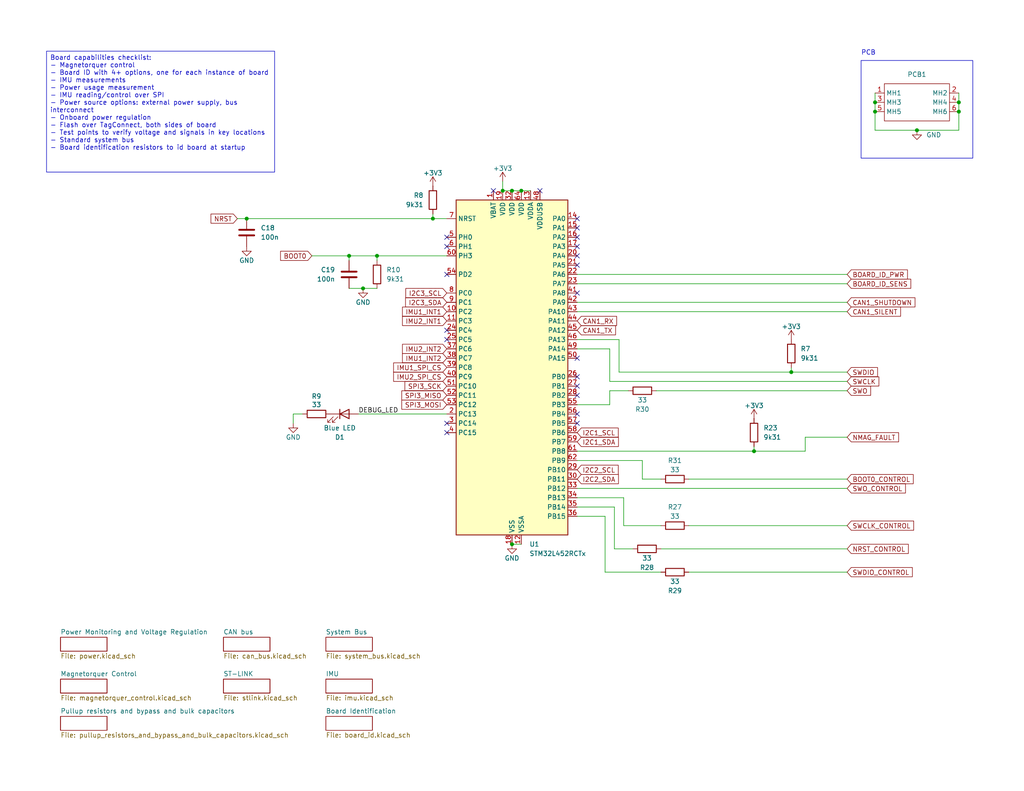
<source format=kicad_sch>
(kicad_sch (version 20231120) (generator "eeschema") (generator_version "8.0")
  (paper "USLetter")
  (title_block (title "Magnetorquer Control Board") (date "2025-02-12") (rev "${PCB_VERSION}") (company "TVSC"))
  (lib_symbols
    (symbol "Device:C" (pin_numbers hide) (pin_names (offset 0.254))
      (property "Reference" "C" (at 0.635 2.54 0))
      (property "Value" "C" (at 0.635 -2.54 0))
      (symbol "C_0_1"
        (polyline (pts (xy -2.032 -0.762) (xy 2.032 -0.762)) (stroke (width 0.508)))
        (polyline (pts (xy -2.032 0.762) (xy 2.032 0.762)) (stroke (width 0.508)))
      )
      (symbol "C_1_1"
        (pin passive line (at 0 3.81 270) (length 2.794) (name "~") (number "1"))
        (pin passive line (at 0 -3.81 90) (length 2.794) (name "~") (number "2"))
      )
    )
    (symbol "Device:LED" (pin_numbers hide) (pin_names (offset 1.016) hide)
      (property "Reference" "D" (at 0 2.54 0))
      (property "Value" "LED" (at 0 -2.54 0))
      (symbol "LED_0_1"
        (polyline (pts (xy -1.27 -1.27) (xy -1.27 1.27)) (stroke (width 0.254)))
        (polyline (pts (xy -1.27 0) (xy 1.27 0)))
        (polyline (pts (xy 1.27 -1.27) (xy 1.27 1.27) (xy -1.27 0) (xy 1.27 -1.27)) (stroke (width 0.254)))
        (polyline (pts (xy -3.048 -0.762) (xy -4.572 -2.286) (xy -3.81 -2.286) (xy -4.572 -2.286) (xy -4.572 -1.524)))
        (polyline (pts (xy -1.778 -0.762) (xy -3.302 -2.286) (xy -2.54 -2.286) (xy -3.302 -2.286) (xy -3.302 -1.524)))
      )
      (symbol "LED_1_1"
        (pin passive line (at -3.81 0 0) (length 2.54) (name "K") (number "1"))
        (pin passive line (at 3.81 0 180) (length 2.54) (name "A") (number "2"))
      )
    )
    (symbol "Device:R" (pin_numbers hide) (pin_names (offset 0))
      (property "Reference" "R" (at 2.032 0 90))
      (property "Value" "R" (at 0 0 90))
      (symbol "R_0_1"
        (rectangle (start -1.016 -2.54) (end 1.016 2.54) (stroke (width 0.254)))
      )
      (symbol "R_1_1"
        (pin passive line (at 0 3.81 270) (length 1.27) (name "~") (number "1"))
        (pin passive line (at 0 -3.81 90) (length 1.27) (name "~") (number "2"))
      )
    )
    (symbol "MCU_ST_STM32L4:STM32L452RCTx"
      (property "Reference" "U" (at -15.24 46.99 0))
      (property "Value" "STM32L452RCTx" (at 10.16 46.99 0))
      (symbol "STM32L452RCTx_0_1"
        (rectangle (start -15.24 -45.72) (end 15.24 45.72) (stroke (width 0.254)) (fill (type background)))
      )
      (symbol "STM32L452RCTx_1_1"
        (pin power_in line (at -5.08 48.26 270) (length 2.54) (name "VBAT") (number "1"))
        (pin bidirectional line (at -17.78 15.24 0) (length 2.54) (name "PC2") (number "10"))
        (pin bidirectional line (at -17.78 12.7 0) (length 2.54) (name "PC3") (number "11"))
        (pin power_in line (at 2.54 -48.26 90) (length 2.54) (name "VSSA") (number "12"))
        (pin power_in line (at 5.08 48.26 270) (length 2.54) (name "VDDA") (number "13"))
        (pin bidirectional line (at 17.78 40.64 180) (length 2.54) (name "PA0") (number "14"))
        (pin bidirectional line (at 17.78 38.1 180) (length 2.54) (name "PA1") (number "15"))
        (pin bidirectional line (at 17.78 35.56 180) (length 2.54) (name "PA2") (number "16"))
        (pin bidirectional line (at 17.78 33.02 180) (length 2.54) (name "PA3") (number "17"))
        (pin power_in line (at 0 -48.26 90) (length 2.54) (name "VSS") (number "18"))
        (pin power_in line (at -2.54 48.26 270) (length 2.54) (name "VDD") (number "19"))
        (pin bidirectional line (at -17.78 -12.7 0) (length 2.54) (name "PC13") (number "2"))
        (pin bidirectional line (at 17.78 30.48 180) (length 2.54) (name "PA4") (number "20"))
        (pin bidirectional line (at 17.78 27.94 180) (length 2.54) (name "PA5") (number "21"))
        (pin bidirectional line (at 17.78 25.4 180) (length 2.54) (name "PA6") (number "22"))
        (pin bidirectional line (at 17.78 22.86 180) (length 2.54) (name "PA7") (number "23"))
        (pin bidirectional line (at -17.78 10.16 0) (length 2.54) (name "PC4") (number "24"))
        (pin bidirectional line (at -17.78 7.62 0) (length 2.54) (name "PC5") (number "25"))
        (pin bidirectional line (at 17.78 -2.54 180) (length 2.54) (name "PB0") (number "26"))
        (pin bidirectional line (at 17.78 -5.08 180) (length 2.54) (name "PB1") (number "27"))
        (pin bidirectional line (at 17.78 -7.62 180) (length 2.54) (name "PB2") (number "28"))
        (pin bidirectional line (at 17.78 -27.94 180) (length 2.54) (name "PB10") (number "29"))
        (pin bidirectional line (at -17.78 -15.24 0) (length 2.54) (name "PC14") (number "3"))
        (pin bidirectional line (at 17.78 -30.48 180) (length 2.54) (name "PB11") (number "30"))
        (pin passive line (at 0 -48.26 90) (length 2.54) hide (name "VSS") (number "31"))
        (pin power_in line (at 0 48.26 270) (length 2.54) (name "VDD") (number "32"))
        (pin bidirectional line (at 17.78 -33.02 180) (length 2.54) (name "PB12") (number "33"))
        (pin bidirectional line (at 17.78 -35.56 180) (length 2.54) (name "PB13") (number "34"))
        (pin bidirectional line (at 17.78 -38.1 180) (length 2.54) (name "PB14") (number "35"))
        (pin bidirectional line (at 17.78 -40.64 180) (length 2.54) (name "PB15") (number "36"))
        (pin bidirectional line (at -17.78 5.08 0) (length 2.54) (name "PC6") (number "37"))
        (pin bidirectional line (at -17.78 2.54 0) (length 2.54) (name "PC7") (number "38"))
        (pin bidirectional line (at -17.78 0 0) (length 2.54) (name "PC8") (number "39"))
        (pin bidirectional line (at -17.78 -17.78 0) (length 2.54) (name "PC15") (number "4"))
        (pin bidirectional line (at -17.78 -2.54 0) (length 2.54) (name "PC9") (number "40"))
        (pin bidirectional line (at 17.78 20.32 180) (length 2.54) (name "PA8") (number "41"))
        (pin bidirectional line (at 17.78 17.78 180) (length 2.54) (name "PA9") (number "42"))
        (pin bidirectional line (at 17.78 15.24 180) (length 2.54) (name "PA10") (number "43"))
        (pin bidirectional line (at 17.78 12.7 180) (length 2.54) (name "PA11") (number "44"))
        (pin bidirectional line (at 17.78 10.16 180) (length 2.54) (name "PA12") (number "45"))
        (pin bidirectional line (at 17.78 7.62 180) (length 2.54) (name "PA13") (number "46"))
        (pin passive line (at 0 -48.26 90) (length 2.54) hide (name "VSS") (number "47"))
        (pin power_in line (at 7.62 48.26 270) (length 2.54) (name "VDDUSB") (number "48"))
        (pin bidirectional line (at 17.78 5.08 180) (length 2.54) (name "PA14") (number "49"))
        (pin bidirectional line (at -17.78 35.56 0) (length 2.54) (name "PH0") (number "5"))
        (pin bidirectional line (at 17.78 2.54 180) (length 2.54) (name "PA15") (number "50"))
        (pin bidirectional line (at -17.78 -5.08 0) (length 2.54) (name "PC10") (number "51"))
        (pin bidirectional line (at -17.78 -7.62 0) (length 2.54) (name "PC11") (number "52"))
        (pin bidirectional line (at -17.78 -10.16 0) (length 2.54) (name "PC12") (number "53"))
        (pin bidirectional line (at -17.78 25.4 0) (length 2.54) (name "PD2") (number "54"))
        (pin bidirectional line (at 17.78 -10.16 180) (length 2.54) (name "PB3") (number "55"))
        (pin bidirectional line (at 17.78 -12.7 180) (length 2.54) (name "PB4") (number "56"))
        (pin bidirectional line (at 17.78 -15.24 180) (length 2.54) (name "PB5") (number "57"))
        (pin bidirectional line (at 17.78 -17.78 180) (length 2.54) (name "PB6") (number "58"))
        (pin bidirectional line (at 17.78 -20.32 180) (length 2.54) (name "PB7") (number "59"))
        (pin bidirectional line (at -17.78 33.02 0) (length 2.54) (name "PH1") (number "6"))
        (pin bidirectional line (at -17.78 30.48 0) (length 2.54) (name "PH3") (number "60"))
        (pin bidirectional line (at 17.78 -22.86 180) (length 2.54) (name "PB8") (number "61"))
        (pin bidirectional line (at 17.78 -25.4 180) (length 2.54) (name "PB9") (number "62"))
        (pin passive line (at 0 -48.26 90) (length 2.54) hide (name "VSS") (number "63"))
        (pin power_in line (at 2.54 48.26 270) (length 2.54) (name "VDD") (number "64"))
        (pin input line (at -17.78 40.64 0) (length 2.54) (name "NRST") (number "7"))
        (pin bidirectional line (at -17.78 20.32 0) (length 2.54) (name "PC0") (number "8"))
        (pin bidirectional line (at -17.78 17.78 0) (length 2.54) (name "PC1") (number "9"))
      )
    )
    (symbol "TVSC:Interior_Side_Panel_PCB" (in_bom no)
      (property "Reference" "PCB" (at 0 0 0))
      (symbol "Interior_Side_Panel_PCB_0_1"
        (rectangle (start -8.89 5.08) (end 8.89 -5.08))
      )
      (symbol "Interior_Side_Panel_PCB_1_1"
        (pin power_in line (at -11.43 2.54 0) (length 2.54) (name "MH1") (number "1"))
        (pin power_in line (at 11.43 2.54 180) (length 2.54) (name "MH2") (number "2"))
        (pin power_in line (at -11.43 0 0) (length 2.54) (name "MH3") (number "3"))
        (pin power_in line (at 11.43 0 180) (length 2.54) (name "MH4") (number "4"))
        (pin power_in line (at -11.43 -2.54 0) (length 2.54) (name "MH5") (number "5"))
        (pin power_in line (at 11.43 -2.54 180) (length 2.54) (name "MH6") (number "6"))
      )
    )
    (symbol "power:+3V3" (power) (pin_numbers hide) (pin_names (offset 0) hide)
      (property "Value" "+3V3" (at 0 3.556 0))
      (symbol "+3V3_0_1"
        (polyline (pts (xy -0.762 1.27) (xy 0 2.54)))
        (polyline (pts (xy 0 0) (xy 0 2.54)))
        (polyline (pts (xy 0 2.54) (xy 0.762 1.27)))
      )
      (symbol "+3V3_1_1"
        (pin power_in line (at 0 0 90) (length 0) (name "~") (number "1"))
      )
    )
    (symbol "power:GND" (power) (pin_numbers hide) (pin_names (offset 0) hide)
      (property "Value" "GND" (at 0 -3.81 0))
      (symbol "GND_0_1"
        (polyline (pts (xy 0 0) (xy 0 -1.27) (xy 1.27 -1.27) (xy 0 -2.54) (xy -1.27 -1.27) (xy 0 -1.27)))
      )
      (symbol "GND_1_1"
        (pin power_in line (at 0 0 270) (length 0) (name "~") (number "1"))
      )
    )
  )
  (junction (at 142.24 52.07))
  (junction (at 215.9 101.6))
  (junction (at 99.06 78.74))
  (junction (at 139.7 52.07))
  (junction (at 95.25 69.85))
  (junction (at 118.11 59.69))
  (junction (at 205.74 123.19))
  (junction (at 102.87 69.85))
  (junction (at 261.62 30.48))
  (junction (at 139.7 148.59))
  (junction (at 137.16 52.07))
  (junction (at 67.31 59.69))
  (junction (at 238.76 27.94))
  (junction (at 250.19 35.56))
  (junction (at 238.76 30.48))
  (junction (at 261.62 27.94))
  (no_connect (at 157.48 62.23))
  (no_connect (at 157.48 59.69))
  (no_connect (at 157.48 67.31))
  (no_connect (at 134.62 52.07))
  (no_connect (at 121.92 64.77))
  (no_connect (at 121.92 92.71))
  (no_connect (at 157.48 107.95))
  (no_connect (at 121.92 118.11))
  (no_connect (at 157.48 113.03))
  (no_connect (at 121.92 90.17))
  (no_connect (at 157.48 80.01))
  (no_connect (at 121.92 67.31))
  (no_connect (at 121.92 74.93))
  (no_connect (at 157.48 69.85))
  (no_connect (at 157.48 102.87))
  (no_connect (at 147.32 52.07))
  (no_connect (at 157.48 115.57))
  (no_connect (at 121.92 115.57))
  (no_connect (at 157.48 72.39))
  (no_connect (at 157.48 64.77))
  (no_connect (at 157.48 105.41))
  (no_connect (at 157.48 97.79))
  (wire (pts (xy 80.01 113.03) (xy 82.55 113.03)))
  (wire (pts (xy 250.19 35.56) (xy 261.62 35.56)))
  (wire (pts (xy 166.37 106.68) (xy 171.45 106.68)))
  (wire (pts (xy 238.76 35.56) (xy 250.19 35.56)))
  (wire (pts (xy 219.71 119.38) (xy 231.14 119.38)))
  (wire (pts (xy 157.48 125.73) (xy 175.26 125.73)))
  (wire (pts (xy 172.72 149.86) (xy 167.64 149.86)))
  (wire (pts (xy 166.37 104.14) (xy 231.14 104.14)))
  (wire (pts (xy 238.76 25.4) (xy 238.76 27.94)))
  (wire (pts (xy 97.79 113.03) (xy 121.92 113.03)))
  (wire (pts (xy 118.11 59.69) (xy 121.92 59.69)))
  (wire (pts (xy 231.14 149.86) (xy 180.34 149.86)))
  (wire (pts (xy 167.64 138.43) (xy 167.64 149.86)))
  (wire (pts (xy 157.48 133.35) (xy 231.14 133.35)))
  (wire (pts (xy 157.48 85.09) (xy 231.14 85.09)))
  (wire (pts (xy 261.62 27.94) (xy 261.62 30.48)))
  (wire (pts (xy 170.18 135.89) (xy 170.18 143.51)))
  (wire (pts (xy 180.34 130.81) (xy 175.26 130.81)))
  (wire (pts (xy 157.48 135.89) (xy 170.18 135.89)))
  (wire (pts (xy 157.48 82.55) (xy 231.14 82.55)))
  (wire (pts (xy 205.74 123.19) (xy 157.48 123.19)))
  (wire (pts (xy 180.34 143.51) (xy 170.18 143.51)))
  (wire (pts (xy 231.14 143.51) (xy 187.96 143.51)))
  (wire (pts (xy 168.91 92.71) (xy 168.91 101.6)))
  (wire (pts (xy 102.87 69.85) (xy 102.87 71.12)))
  (wire (pts (xy 157.48 140.97) (xy 165.1 140.97)))
  (wire (pts (xy 157.48 74.93) (xy 231.14 74.93)))
  (wire (pts (xy 139.7 148.59) (xy 142.24 148.59)))
  (wire (pts (xy 231.14 130.81) (xy 187.96 130.81)))
  (wire (pts (xy 118.11 58.42) (xy 118.11 59.69)))
  (wire (pts (xy 166.37 110.49) (xy 157.48 110.49)))
  (wire (pts (xy 219.71 119.38) (xy 219.71 123.19)))
  (wire (pts (xy 137.16 49.53) (xy 137.16 52.07)))
  (wire (pts (xy 95.25 71.12) (xy 95.25 69.85)))
  (wire (pts (xy 64.77 59.69) (xy 67.31 59.69)))
  (wire (pts (xy 67.31 59.69) (xy 118.11 59.69)))
  (wire (pts (xy 157.48 138.43) (xy 167.64 138.43)))
  (wire (pts (xy 157.48 92.71) (xy 168.91 92.71)))
  (wire (pts (xy 238.76 30.48) (xy 238.76 35.56)))
  (wire (pts (xy 139.7 52.07) (xy 142.24 52.07)))
  (wire (pts (xy 238.76 27.94) (xy 238.76 30.48)))
  (wire (pts (xy 80.01 113.03) (xy 80.01 115.57)))
  (wire (pts (xy 205.74 121.92) (xy 205.74 123.19)))
  (wire (pts (xy 261.62 30.48) (xy 261.62 35.56)))
  (wire (pts (xy 179.07 106.68) (xy 231.14 106.68)))
  (wire (pts (xy 137.16 52.07) (xy 139.7 52.07)))
  (wire (pts (xy 215.9 101.6) (xy 231.14 101.6)))
  (wire (pts (xy 180.34 156.21) (xy 165.1 156.21)))
  (wire (pts (xy 157.48 95.25) (xy 166.37 95.25)))
  (wire (pts (xy 166.37 106.68) (xy 166.37 110.49)))
  (wire (pts (xy 175.26 125.73) (xy 175.26 130.81)))
  (wire (pts (xy 168.91 101.6) (xy 215.9 101.6)))
  (wire (pts (xy 166.37 95.25) (xy 166.37 104.14)))
  (wire (pts (xy 165.1 140.97) (xy 165.1 156.21)))
  (wire (pts (xy 157.48 77.47) (xy 231.14 77.47)))
  (wire (pts (xy 95.25 69.85) (xy 102.87 69.85)))
  (wire (pts (xy 215.9 100.33) (xy 215.9 101.6)))
  (wire (pts (xy 95.25 78.74) (xy 99.06 78.74)))
  (wire (pts (xy 231.14 156.21) (xy 187.96 156.21)))
  (wire (pts (xy 261.62 25.4) (xy 261.62 27.94)))
  (wire (pts (xy 142.24 52.07) (xy 144.78 52.07)))
  (wire (pts (xy 99.06 78.74) (xy 102.87 78.74)))
  (wire (pts (xy 85.09 69.85) (xy 95.25 69.85)))
  (wire (pts (xy 219.71 123.19) (xy 205.74 123.19)))
  (wire (pts (xy 102.87 69.85) (xy 121.92 69.85)))
  (rectangle (start 234.95 16.51) (end 265.43 43.18))
  (text_box "Board capabilities checklist:\n- Magnetorquer control\n- Board ID with 4+ options, one for each instance of board\n- IMU measurements\n- Power usage measurement\n- IMU reading/control over SPI\n- Power source options: external power supply, bus interconnect\n- Onboard power regulation\n- Flash over TagConnect, both sides of board\n- Test points to verify voltage and signals in key locations\n- Standard system bus\n- Board identification resistors to id board at startup\n" (at 12.7 13.97 0) (size 62.23 33.02) (effects (font (size 1.27 1.27)) (justify left top)))
  (text "PCB" (at 234.95 15.24 0) (effects (font (size 1.27 1.27)) (justify left bottom)))
  (label "DEBUG_LED" (at 97.79 113.03 0))
  (global_label "I2C1_SCL" (shape input) (at 157.48 118.11 0) (property "Intersheetrefs" "${INTERSHEET_REFS}" (effects (hide yes))))
  (global_label "IMU2_INT2" (shape input) (at 121.92 95.25 180) (property "Intersheetrefs" "${INTERSHEET_REFS}" (effects (hide yes))))
  (global_label "IMU2_SPI_CS" (shape input) (at 121.92 102.87 180) (property "Intersheetrefs" "${INTERSHEET_REFS}" (effects (hide yes))))
  (global_label "NRST" (shape input) (at 64.77 59.69 180) (property "Intersheetrefs" "${INTERSHEET_REFS}" (effects (hide yes))))
  (global_label "BOOT0_CONTROL" (shape input) (at 231.14 130.81 0) (property "Intersheetrefs" "${INTERSHEET_REFS}" (effects (hide yes))))
  (global_label "NMAG_FAULT" (shape input) (at 231.14 119.38 0) (property "Intersheetrefs" "${INTERSHEET_REFS}" (effects (hide yes))))
  (global_label "CAN1_SILENT" (shape input) (at 231.14 85.09 0) (property "Intersheetrefs" "${INTERSHEET_REFS}" (effects (hide yes))))
  (global_label "NRST_CONTROL" (shape input) (at 231.14 149.86 0) (property "Intersheetrefs" "${INTERSHEET_REFS}" (effects (hide yes))))
  (global_label "BOARD_ID_PWR" (shape input) (at 231.14 74.93 0) (property "Intersheetrefs" "${INTERSHEET_REFS}" (effects (hide yes))))
  (global_label "CAN1_SHUTDOWN" (shape input) (at 231.14 82.55 0) (property "Intersheetrefs" "${INTERSHEET_REFS}" (effects (hide yes))))
  (global_label "SWCLK" (shape input) (at 231.14 104.14 0) (property "Intersheetrefs" "${INTERSHEET_REFS}" (effects (hide yes))))
  (global_label "IMU1_INT1" (shape input) (at 121.92 85.09 180) (property "Intersheetrefs" "${INTERSHEET_REFS}" (effects (hide yes))))
  (global_label "SWCLK_CONTROL" (shape input) (at 231.14 143.51 0) (property "Intersheetrefs" "${INTERSHEET_REFS}" (effects (hide yes))))
  (global_label "IMU1_INT2" (shape input) (at 121.92 97.79 180) (property "Intersheetrefs" "${INTERSHEET_REFS}" (effects (hide yes))))
  (global_label "CAN1_TX" (shape input) (at 157.48 90.17 0) (property "Intersheetrefs" "${INTERSHEET_REFS}" (effects (hide yes))))
  (global_label "SWO" (shape input) (at 231.14 106.68 0) (property "Intersheetrefs" "${INTERSHEET_REFS}" (effects (hide yes))))
  (global_label "SWDIO_CONTROL" (shape input) (at 231.14 156.21 0) (property "Intersheetrefs" "${INTERSHEET_REFS}" (effects (hide yes))))
  (global_label "I2C3_SDA" (shape input) (at 121.92 82.55 180) (property "Intersheetrefs" "${INTERSHEET_REFS}" (effects (hide yes))))
  (global_label "SPI3_SCK" (shape input) (at 121.92 105.41 180) (property "Intersheetrefs" "${INTERSHEET_REFS}" (effects (hide yes))))
  (global_label "SWDIO" (shape input) (at 231.14 101.6 0) (property "Intersheetrefs" "${INTERSHEET_REFS}" (effects (hide yes))))
  (global_label "I2C2_SDA" (shape input) (at 157.48 130.81 0) (property "Intersheetrefs" "${INTERSHEET_REFS}" (effects (hide yes))))
  (global_label "SPI3_MOSI" (shape input) (at 121.92 110.49 180) (property "Intersheetrefs" "${INTERSHEET_REFS}" (effects (hide yes))))
  (global_label "BOOT0" (shape input) (at 85.09 69.85 180) (property "Intersheetrefs" "${INTERSHEET_REFS}" (effects (hide yes))))
  (global_label "CAN1_RX" (shape input) (at 157.48 87.63 0) (property "Intersheetrefs" "${INTERSHEET_REFS}" (effects (hide yes))))
  (global_label "I2C1_SDA" (shape input) (at 157.48 120.65 0) (property "Intersheetrefs" "${INTERSHEET_REFS}" (effects (hide yes))))
  (global_label "IMU1_SPI_CS" (shape input) (at 121.92 100.33 180) (property "Intersheetrefs" "${INTERSHEET_REFS}" (effects (hide yes))))
  (global_label "I2C2_SCL" (shape input) (at 157.48 128.27 0) (property "Intersheetrefs" "${INTERSHEET_REFS}" (effects (hide yes))))
  (global_label "IMU2_INT1" (shape input) (at 121.92 87.63 180) (property "Intersheetrefs" "${INTERSHEET_REFS}" (effects (hide yes))))
  (global_label "SWO_CONTROL" (shape input) (at 231.14 133.35 0) (property "Intersheetrefs" "${INTERSHEET_REFS}" (effects (hide yes))))
  (global_label "BOARD_ID_SENS" (shape input) (at 231.14 77.47 0) (property "Intersheetrefs" "${INTERSHEET_REFS}" (effects (hide yes))))
  (global_label "I2C3_SCL" (shape input) (at 121.92 80.01 180) (property "Intersheetrefs" "${INTERSHEET_REFS}" (effects (hide yes))))
  (global_label "SPI3_MISO" (shape input) (at 121.92 107.95 180) (property "Intersheetrefs" "${INTERSHEET_REFS}" (effects (hide yes))))
  (symbol (lib_id "Device:LED") (at 93.98 113.03 0) (unit 1)
    (property "Reference" "D1" (at 92.71 119.38 0))
    (property "Value" "Blue LED" (at 92.71 116.84 0))
    (property "Footprint" "LED_SMD:LED_0603_1608Metric" (effects (hide yes)))
    (property "Active" "Y" (effects (hide yes)))
    (property "MPN" "C72041" (effects (hide yes)))
    (property "Manufacturer" "Everlight Elec" (effects (hide yes)))
    (property "Manufacturer Part Number" "19-217/BHC-ZL1M2RY/3T" (effects (hide yes)))
    (property "Purpose" "+3.3V Power Indicator" (effects (hide yes)))
    (property "Basic or Extended Component" "Extended" (effects (hide yes)))
  )
  (symbol (lib_id "power:GND") (at 67.31 67.31 0) (unit 1)
    (property "Reference" "#PWR069" (effects (hide yes)))
    (property "Value" "GND" (at 67.31 71.12 0))
  )
  (symbol (lib_id "Device:R") (at 176.53 149.86 90) (mirror x) (unit 1)
    (property "Reference" "R28" (at 176.53 154.94 90))
    (property "Value" "33" (at 176.53 152.4 90))
    (property "Footprint" "footprints:Nondescript_R_0402_1005Metric" (effects (hide yes)))
    (property "Active" "Y" (effects (hide yes)))
    (property "Basic or Extended Component" "Basic" (effects (hide yes)))
    (property "MPN" "C25105" (effects (hide yes)))
    (property "Manufacturer" "UNI-ROYAL(Uniroyal Elec)" (effects (hide yes)))
    (property "Manufacturer Part Number" "0402WGF330JTCE" (effects (hide yes)))
  )
  (symbol (lib_id "power:+3V3") (at 137.16 49.53 0) (unit 1)
    (property "Reference" "#PWR10" (effects (hide yes)))
    (property "Value" "+3V3" (at 137.16 45.974 0))
  )
  (symbol (lib_id "Device:R") (at 102.87 74.93 0) (unit 1)
    (property "Reference" "R10" (at 105.41 73.66 0) (effects (justify left)))
    (property "Value" "9k31" (at 105.41 76.2 0) (effects (justify left)))
    (property "Footprint" "footprints:Nondescript_R_0402_1005Metric" (effects (hide yes)))
    (property "MPN" "C270572" (effects (hide yes)))
    (property "Manufacturer" "UNI-ROYAL(Uniroyal Elec)" (effects (hide yes)))
    (property "Manufacturer Part Number" "0402WGF9311TCE" (effects (hide yes)))
    (property "Active" "Y" (effects (hide yes)))
    (property "Basic or Extended Component" "Basic" (effects (hide yes)))
  )
  (symbol (lib_id "power:GND") (at 250.19 35.56 0) (unit 1)
    (property "Reference" "#PWR03" (effects (hide yes)))
    (property "Value" "GND" (at 252.73 36.83 0) (effects (justify left)))
  )
  (symbol (lib_id "MCU_ST_STM32L4:STM32L452RCTx") (at 139.7 100.33 0) (unit 1)
    (property "Reference" "U1" (at 144.4341 148.59 0) (effects (justify left)))
    (property "Value" "STM32L452RCTx" (at 144.4341 151.13 0) (effects (justify left)))
    (property "Footprint" "Package_QFP:LQFP-64_10x10mm_P0.5mm" (effects (hide yes)))
    (property "Datasheet" "https://www.st.com/resource/en/datasheet/stm32l452rc.pdf" (effects (hide yes)))
    (property "Description" "STMicroelectronics Arm Cortex-M4 MCU, 256KB flash, 160KB RAM, 80 MHz, 1.71-3.6V, 52 GPIO, LQFP64" (effects (hide yes)))
  )
  (symbol (lib_id "Device:R") (at 184.15 130.81 90) (unit 1)
    (property "Reference" "R31" (at 184.15 125.73 90))
    (property "Value" "33" (at 184.15 128.27 90))
    (property "Footprint" "footprints:Nondescript_R_0402_1005Metric" (effects (hide yes)))
    (property "Active" "Y" (effects (hide yes)))
    (property "Basic or Extended Component" "Basic" (effects (hide yes)))
    (property "MPN" "C25105" (effects (hide yes)))
    (property "Manufacturer" "UNI-ROYAL(Uniroyal Elec)" (effects (hide yes)))
    (property "Manufacturer Part Number" "0402WGF330JTCE" (effects (hide yes)))
  )
  (symbol (lib_id "power:GND") (at 99.06 78.74 0) (unit 1)
    (property "Reference" "#PWR028" (effects (hide yes)))
    (property "Value" "GND" (at 99.06 82.55 0))
  )
  (symbol (lib_id "Device:R") (at 184.15 143.51 90) (mirror x) (unit 1)
    (property "Reference" "R27" (at 184.15 138.43 90))
    (property "Value" "33" (at 184.15 140.97 90))
    (property "Footprint" "footprints:Nondescript_R_0402_1005Metric" (effects (hide yes)))
    (property "Active" "Y" (effects (hide yes)))
    (property "Basic or Extended Component" "Basic" (effects (hide yes)))
    (property "MPN" "C25105" (effects (hide yes)))
    (property "Manufacturer" "UNI-ROYAL(Uniroyal Elec)" (effects (hide yes)))
    (property "Manufacturer Part Number" "0402WGF330JTCE" (effects (hide yes)))
  )
  (symbol (lib_id "power:+3V3") (at 215.9 92.71 0) (unit 1)
    (property "Reference" "#PWR022" (effects (hide yes)))
    (property "Value" "+3V3" (at 215.9 89.154 0))
  )
  (symbol (lib_id "Device:C") (at 95.25 74.93 0) (mirror y) (unit 1)
    (property "Reference" "C19" (at 91.44 73.66 0) (effects (justify left)))
    (property "Value" "100n" (at 91.44 76.2 0) (effects (justify left)))
    (property "Footprint" "footprints:Nondescript_C_0402_1005Metric" (effects (hide yes)))
    (property "Active" "Y" (effects (hide yes)))
    (property "MPN" "C1525" (effects (hide yes)))
    (property "Manufacturer" "Samsung Electro-Mechanics" (effects (hide yes)))
    (property "Manufacturer Part Number" "CL05B104KO5NNNC" (effects (hide yes)))
    (property "Basic or Extended Component" "Basic" (effects (hide yes)))
  )
  (symbol (lib_id "Device:R") (at 205.74 118.11 0) (unit 1)
    (property "Reference" "R23" (at 208.28 116.84 0) (effects (justify left)))
    (property "Value" "9k31" (at 208.28 119.38 0) (effects (justify left)))
    (property "Footprint" "footprints:Nondescript_R_0402_1005Metric" (effects (hide yes)))
    (property "MPN" "C270572" (effects (hide yes)))
    (property "Manufacturer" "UNI-ROYAL(Uniroyal Elec)" (effects (hide yes)))
    (property "Manufacturer Part Number" "0402WGF9311TCE" (effects (hide yes)))
    (property "Active" "Y" (effects (hide yes)))
    (property "Basic or Extended Component" "Basic" (effects (hide yes)))
  )
  (symbol (lib_id "Device:R") (at 118.11 54.61 0) (mirror y) (unit 1)
    (property "Reference" "R8" (at 115.57 53.34 0) (effects (justify left)))
    (property "Value" "9k31" (at 115.57 55.88 0) (effects (justify left)))
    (property "Footprint" "footprints:Nondescript_R_0402_1005Metric" (effects (hide yes)))
    (property "MPN" "C270572" (effects (hide yes)))
    (property "Manufacturer" "UNI-ROYAL(Uniroyal Elec)" (effects (hide yes)))
    (property "Manufacturer Part Number" "0402WGF9311TCE" (effects (hide yes)))
    (property "Active" "Y" (effects (hide yes)))
    (property "Basic or Extended Component" "Basic" (effects (hide yes)))
  )
  (symbol (lib_id "Device:C") (at 67.31 63.5 0) (unit 1)
    (property "Reference" "C18" (at 71.12 62.23 0) (effects (justify left)))
    (property "Value" "100n" (at 71.12 64.77 0) (effects (justify left)))
    (property "Footprint" "footprints:Nondescript_C_0402_1005Metric" (effects (hide yes)))
    (property "Active" "Y" (effects (hide yes)))
    (property "MPN" "C1525" (effects (hide yes)))
    (property "Manufacturer" "Samsung Electro-Mechanics" (effects (hide yes)))
    (property "Manufacturer Part Number" "CL05B104KO5NNNC" (effects (hide yes)))
    (property "Basic or Extended Component" "Basic" (effects (hide yes)))
  )
  (symbol (lib_id "Device:R") (at 215.9 96.52 0) (unit 1)
    (property "Reference" "R7" (at 218.44 95.25 0) (effects (justify left)))
    (property "Value" "9k31" (at 218.44 97.79 0) (effects (justify left)))
    (property "Footprint" "footprints:Nondescript_R_0402_1005Metric" (effects (hide yes)))
    (property "MPN" "C270572" (effects (hide yes)))
    (property "Manufacturer" "UNI-ROYAL(Uniroyal Elec)" (effects (hide yes)))
    (property "Manufacturer Part Number" "0402WGF9311TCE" (effects (hide yes)))
    (property "Active" "Y" (effects (hide yes)))
    (property "Basic or Extended Component" "Basic" (effects (hide yes)))
  )
  (symbol (lib_id "power:GND") (at 80.01 115.57 0) (unit 1)
    (property "Reference" "#PWR016" (effects (hide yes)))
    (property "Value" "GND" (at 80.01 119.38 0))
  )
  (symbol (lib_id "power:+3V3") (at 205.74 114.3 0) (unit 1)
    (property "Reference" "#PWR026" (effects (hide yes)))
    (property "Value" "+3V3" (at 205.74 110.744 0))
  )
  (symbol (lib_id "power:GND") (at 139.7 148.59 0) (unit 1)
    (property "Reference" "#PWR1" (effects (hide yes)))
    (property "Value" "GND" (at 139.7 152.4 0))
  )
  (symbol (lib_id "Device:R") (at 184.15 156.21 90) (mirror x) (unit 1)
    (property "Reference" "R29" (at 184.15 161.29 90))
    (property "Value" "33" (at 184.15 158.75 90))
    (property "Footprint" "footprints:Nondescript_R_0402_1005Metric" (effects (hide yes)))
    (property "Active" "Y" (effects (hide yes)))
    (property "Basic or Extended Component" "Basic" (effects (hide yes)))
    (property "MPN" "C25105" (effects (hide yes)))
    (property "Manufacturer" "UNI-ROYAL(Uniroyal Elec)" (effects (hide yes)))
    (property "Manufacturer Part Number" "0402WGF330JTCE" (effects (hide yes)))
  )
  (symbol (lib_id "Device:R") (at 175.26 106.68 90) (mirror x) (unit 1)
    (property "Reference" "R30" (at 175.26 111.76 90))
    (property "Value" "33" (at 175.26 109.22 90))
    (property "Footprint" "footprints:Nondescript_R_0402_1005Metric" (effects (hide yes)))
    (property "Active" "Y" (effects (hide yes)))
    (property "Basic or Extended Component" "Basic" (effects (hide yes)))
    (property "MPN" "C25105" (effects (hide yes)))
    (property "Manufacturer" "UNI-ROYAL(Uniroyal Elec)" (effects (hide yes)))
    (property "Manufacturer Part Number" "0402WGF330JTCE" (effects (hide yes)))
  )
  (symbol (lib_id "Device:R") (at 86.36 113.03 270) (mirror x) (unit 1)
    (property "Reference" "R9" (at 86.36 108.204 90))
    (property "Value" "33" (at 86.36 110.49 90))
    (property "Footprint" "footprints:Nondescript_R_0402_1005Metric" (effects (hide yes)))
    (property "MPN" "C25105" (effects (hide yes)))
    (property "Manufacturer" "UNI-ROYAL(Uniroyal Elec)" (effects (hide yes)))
    (property "Manufacturer Part Number" "0402WGF330JTCE" (effects (hide yes)))
    (property "Active" "Y" (effects (hide yes)))
    (property "Basic or Extended Component" "Basic" (effects (hide yes)))
  )
  (symbol (lib_id "TVSC:Interior_Side_Panel_PCB") (at 250.19 27.94 0) (unit 1) (in_bom no)
    (property "Reference" "PCB1" (at 250.19 20.32 0))
    (property "Footprint" "footprints:Interior_Side_Panel_PCB_Shape" (effects (hide yes)))
    (property "Active" "Y" (effects (hide yes)))
    (property "MPN" "NA" (effects (hide yes)))
  )
  (symbol (lib_id "power:+3V3") (at 118.11 50.8 0) (unit 1)
    (property "Reference" "#PWR023" (effects (hide yes)))
    (property "Value" "+3V3" (at 118.11 47.244 0))
  )
  (sheet (at 16.51 185.42) (size 12.7 3.81) (stroke (width 0.1524))
    (property "Sheetname" "Magnetorquer Control" (at 16.51 184.7084 0) (effects (justify left bottom)))
    (property "Sheetfile" "magnetorquer_control.kicad_sch" (at 16.51 189.8146 0) (effects (justify left top)))
  )
  (sheet (at 88.9 173.99) (size 12.7 3.81) (stroke (width 0.1524))
    (property "Sheetname" "System Bus" (at 88.9 173.2784 0) (effects (justify left bottom)))
    (property "Sheetfile" "system_bus.kicad_sch" (at 88.9 178.3846 0) (effects (justify left top)))
  )
  (sheet (at 16.51 173.99) (size 12.7 3.81) (stroke (width 0.1524))
    (property "Sheetname" "Power Monitoring and Voltage Regulation" (at 16.51 173.2784 0) (effects (justify left bottom)))
    (property "Sheetfile" "power.kicad_sch" (at 16.51 178.3846 0) (effects (justify left top)))
  )
  (sheet (at 88.9 195.58) (size 12.7 3.81) (stroke (width 0.1524))
    (property "Sheetname" "Board Identification" (at 88.9 194.8684 0) (effects (justify left bottom)))
    (property "Sheetfile" "board_id.kicad_sch" (at 88.9 199.9746 0) (effects (justify left top)))
  )
  (sheet (at 88.9 185.42) (size 12.7 3.81) (stroke (width 0.1524))
    (property "Sheetname" "IMU" (at 88.9 184.7084 0) (effects (justify left bottom)))
    (property "Sheetfile" "imu.kicad_sch" (at 88.9 189.8146 0) (effects (justify left top)))
  )
  (sheet (at 16.51 195.58) (size 12.7 3.81) (stroke (width 0.1524))
    (property "Sheetname" "Pullup resistors and bypass and bulk capacitors" (at 16.51 194.8684 0) (effects (justify left bottom)))
    (property "Sheetfile" "pullup_resistors_and_bypass_and_bulk_capacitors.kicad_sch" (at 16.51 199.9746 0) (effects (justify left top)))
  )
  (sheet (at 60.96 173.99) (size 12.7 3.81) (stroke (width 0.1524))
    (property "Sheetname" "CAN bus" (at 60.96 173.2784 0) (effects (justify left bottom)))
    (property "Sheetfile" "can_bus.kicad_sch" (at 60.96 178.3846 0) (effects (justify left top)))
  )
  (sheet (at 60.96 185.42) (size 12.7 3.81) (stroke (width 0.1524))
    (property "Sheetname" "ST-LINK" (at 60.96 184.7084 0) (effects (justify left bottom)))
    (property "Sheetfile" "stlink.kicad_sch" (at 60.96 189.8146 0) (effects (justify left top)))
  )
)
</source>
